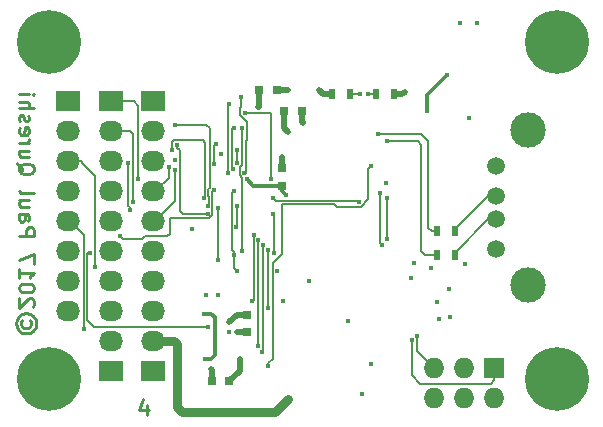
<source format=gbl>
G04 #@! TF.FileFunction,Copper,L4,Bot,Signal*
%FSLAX46Y46*%
G04 Gerber Fmt 4.6, Leading zero omitted, Abs format (unit mm)*
G04 Created by KiCad (PCBNEW 4.0.5) date 02/11/17 17:41:13*
%MOMM*%
%LPD*%
G01*
G04 APERTURE LIST*
%ADD10C,0.100000*%
%ADD11C,0.250000*%
%ADD12C,5.400000*%
%ADD13R,2.032000X1.727200*%
%ADD14O,2.032000X1.727200*%
%ADD15R,1.727200X1.727200*%
%ADD16O,1.727200X1.727200*%
%ADD17R,0.800000X0.750000*%
%ADD18R,0.750000X0.800000*%
%ADD19C,1.501140*%
%ADD20C,2.999740*%
%ADD21R,0.500000X0.900000*%
%ADD22C,0.401600*%
%ADD23C,0.400000*%
%ADD24C,0.500000*%
%ADD25C,0.750000*%
%ADD26C,0.300000*%
%ADD27C,0.200000*%
%ADD28C,0.150000*%
G04 APERTURE END LIST*
D10*
D11*
X78747620Y-91721429D02*
X78747620Y-92588095D01*
X78438096Y-91226190D02*
X78128572Y-92154762D01*
X78933334Y-92154762D01*
X68902381Y-84538093D02*
X68964286Y-84661903D01*
X68964286Y-84909522D01*
X68902381Y-85033331D01*
X68778571Y-85157141D01*
X68654762Y-85219046D01*
X68407143Y-85219046D01*
X68283333Y-85157141D01*
X68159524Y-85033331D01*
X68097619Y-84909522D01*
X68097619Y-84661903D01*
X68159524Y-84538093D01*
X69397619Y-84785712D02*
X69335714Y-85095236D01*
X69150000Y-85404760D01*
X68840476Y-85590474D01*
X68530952Y-85652379D01*
X68221429Y-85590474D01*
X67911905Y-85404760D01*
X67726190Y-85095236D01*
X67664286Y-84785712D01*
X67726190Y-84476188D01*
X67911905Y-84166665D01*
X68221429Y-83980950D01*
X68530952Y-83919046D01*
X68840476Y-83980950D01*
X69150000Y-84166665D01*
X69335714Y-84476188D01*
X69397619Y-84785712D01*
X69088095Y-83423808D02*
X69150000Y-83361903D01*
X69211905Y-83238094D01*
X69211905Y-82928570D01*
X69150000Y-82804760D01*
X69088095Y-82742856D01*
X68964286Y-82680951D01*
X68840476Y-82680951D01*
X68654762Y-82742856D01*
X67911905Y-83485713D01*
X67911905Y-82680951D01*
X69211905Y-81876189D02*
X69211905Y-81752380D01*
X69150000Y-81628570D01*
X69088095Y-81566665D01*
X68964286Y-81504761D01*
X68716667Y-81442856D01*
X68407143Y-81442856D01*
X68159524Y-81504761D01*
X68035714Y-81566665D01*
X67973810Y-81628570D01*
X67911905Y-81752380D01*
X67911905Y-81876189D01*
X67973810Y-81999999D01*
X68035714Y-82061903D01*
X68159524Y-82123808D01*
X68407143Y-82185713D01*
X68716667Y-82185713D01*
X68964286Y-82123808D01*
X69088095Y-82061903D01*
X69150000Y-81999999D01*
X69211905Y-81876189D01*
X67911905Y-80204761D02*
X67911905Y-80947618D01*
X67911905Y-80576189D02*
X69211905Y-80576189D01*
X69026190Y-80699999D01*
X68902381Y-80823808D01*
X68840476Y-80947618D01*
X69211905Y-79771428D02*
X69211905Y-78904761D01*
X67911905Y-79461904D01*
X67911905Y-77419047D02*
X69211905Y-77419047D01*
X69211905Y-76923809D01*
X69150000Y-76800000D01*
X69088095Y-76738095D01*
X68964286Y-76676190D01*
X68778571Y-76676190D01*
X68654762Y-76738095D01*
X68592857Y-76800000D01*
X68530952Y-76923809D01*
X68530952Y-77419047D01*
X67911905Y-75561904D02*
X68592857Y-75561904D01*
X68716667Y-75623809D01*
X68778571Y-75747619D01*
X68778571Y-75995238D01*
X68716667Y-76119047D01*
X67973810Y-75561904D02*
X67911905Y-75685714D01*
X67911905Y-75995238D01*
X67973810Y-76119047D01*
X68097619Y-76180952D01*
X68221429Y-76180952D01*
X68345238Y-76119047D01*
X68407143Y-75995238D01*
X68407143Y-75685714D01*
X68469048Y-75561904D01*
X68778571Y-74385714D02*
X67911905Y-74385714D01*
X68778571Y-74942857D02*
X68097619Y-74942857D01*
X67973810Y-74880952D01*
X67911905Y-74757143D01*
X67911905Y-74571429D01*
X67973810Y-74447619D01*
X68035714Y-74385714D01*
X67911905Y-73580953D02*
X67973810Y-73704762D01*
X68097619Y-73766667D01*
X69211905Y-73766667D01*
X67788095Y-71228573D02*
X67850000Y-71352382D01*
X67973810Y-71476192D01*
X68159524Y-71661906D01*
X68221429Y-71785715D01*
X68221429Y-71909525D01*
X67911905Y-71847620D02*
X67973810Y-71971430D01*
X68097619Y-72095239D01*
X68345238Y-72157144D01*
X68778571Y-72157144D01*
X69026190Y-72095239D01*
X69150000Y-71971430D01*
X69211905Y-71847620D01*
X69211905Y-71600001D01*
X69150000Y-71476192D01*
X69026190Y-71352382D01*
X68778571Y-71290477D01*
X68345238Y-71290477D01*
X68097619Y-71352382D01*
X67973810Y-71476192D01*
X67911905Y-71600001D01*
X67911905Y-71847620D01*
X68778571Y-70176191D02*
X67911905Y-70176191D01*
X68778571Y-70733334D02*
X68097619Y-70733334D01*
X67973810Y-70671429D01*
X67911905Y-70547620D01*
X67911905Y-70361906D01*
X67973810Y-70238096D01*
X68035714Y-70176191D01*
X67911905Y-69557144D02*
X68778571Y-69557144D01*
X68530952Y-69557144D02*
X68654762Y-69495239D01*
X68716667Y-69433335D01*
X68778571Y-69309525D01*
X68778571Y-69185716D01*
X67973810Y-68257144D02*
X67911905Y-68380954D01*
X67911905Y-68628573D01*
X67973810Y-68752382D01*
X68097619Y-68814287D01*
X68592857Y-68814287D01*
X68716667Y-68752382D01*
X68778571Y-68628573D01*
X68778571Y-68380954D01*
X68716667Y-68257144D01*
X68592857Y-68195239D01*
X68469048Y-68195239D01*
X68345238Y-68814287D01*
X67973810Y-67700001D02*
X67911905Y-67576191D01*
X67911905Y-67328572D01*
X67973810Y-67204763D01*
X68097619Y-67142858D01*
X68159524Y-67142858D01*
X68283333Y-67204763D01*
X68345238Y-67328572D01*
X68345238Y-67514287D01*
X68407143Y-67638096D01*
X68530952Y-67700001D01*
X68592857Y-67700001D01*
X68716667Y-67638096D01*
X68778571Y-67514287D01*
X68778571Y-67328572D01*
X68716667Y-67204763D01*
X67911905Y-66585715D02*
X69211905Y-66585715D01*
X67911905Y-66028572D02*
X68592857Y-66028572D01*
X68716667Y-66090477D01*
X68778571Y-66214287D01*
X68778571Y-66400001D01*
X68716667Y-66523810D01*
X68654762Y-66585715D01*
X67911905Y-65409525D02*
X68778571Y-65409525D01*
X69211905Y-65409525D02*
X69150000Y-65471430D01*
X69088095Y-65409525D01*
X69150000Y-65347620D01*
X69211905Y-65409525D01*
X69088095Y-65409525D01*
D12*
X70500000Y-61000000D03*
D13*
X79300000Y-66000000D03*
D14*
X79300000Y-68540000D03*
X79300000Y-71080000D03*
X79300000Y-73620000D03*
X79300000Y-76160000D03*
X79300000Y-78700000D03*
D13*
X75700000Y-66000000D03*
D14*
X75700000Y-68540000D03*
X75700000Y-71080000D03*
X75700000Y-73620000D03*
X75700000Y-76160000D03*
X75700000Y-78700000D03*
D13*
X72100000Y-66000000D03*
D14*
X72100000Y-68540000D03*
X72100000Y-71080000D03*
X72100000Y-73620000D03*
X72100000Y-76160000D03*
X72100000Y-78700000D03*
X72100000Y-81240000D03*
X72100000Y-83780000D03*
D13*
X79300000Y-88840000D03*
D14*
X79300000Y-86300000D03*
X79300000Y-83760000D03*
X79300000Y-81220000D03*
D13*
X75700000Y-88840000D03*
D14*
X75700000Y-86300000D03*
X75700000Y-83760000D03*
X75700000Y-81220000D03*
D15*
X108140000Y-88600000D03*
D16*
X108140000Y-91140000D03*
X105600000Y-88600000D03*
X105600000Y-91140000D03*
X103060000Y-88600000D03*
X103060000Y-91140000D03*
D17*
X91850000Y-66800000D03*
X90350000Y-66800000D03*
X88250000Y-65000000D03*
X89750000Y-65000000D03*
D18*
X90200000Y-73150000D03*
X90200000Y-71650000D03*
D17*
X85750000Y-89700000D03*
X84250000Y-89700000D03*
D18*
X87200000Y-84050000D03*
X87200000Y-85550000D03*
D19*
X108290000Y-71500000D03*
X108290000Y-74000000D03*
X108290000Y-76000000D03*
X108290000Y-78500000D03*
D20*
X111000000Y-68430000D03*
X111000000Y-81570000D03*
D21*
X95950000Y-65400000D03*
X94450000Y-65400000D03*
X98150000Y-65400000D03*
X99650000Y-65400000D03*
X104850000Y-79000000D03*
X103350000Y-79000000D03*
X104850000Y-77000000D03*
X103350000Y-77000000D03*
D12*
X70500000Y-89500000D03*
X113500000Y-89500000D03*
X113500000Y-61000000D03*
D22*
X105300000Y-59400000D03*
X106700000Y-59400000D03*
X93300000Y-65000000D03*
X85000000Y-70478390D03*
X81172590Y-71000000D03*
D23*
X99000000Y-72900000D03*
X84200000Y-88700000D03*
X86400000Y-85500000D03*
X90200000Y-70700000D03*
X90700000Y-65000000D03*
X100600000Y-65200000D03*
X106000000Y-67400000D03*
X101400000Y-79700000D03*
X105700000Y-79800000D03*
X104300000Y-81900000D03*
X104400000Y-84300000D03*
X103500000Y-84400000D03*
X97000000Y-90800000D03*
X97700000Y-88200000D03*
X95800000Y-84600000D03*
X90300000Y-82900000D03*
X92500000Y-81200000D03*
X90700000Y-68600000D03*
X82600000Y-76800000D03*
X84800000Y-82400000D03*
X85700000Y-85500000D03*
X83800000Y-82400000D03*
X90700000Y-91200000D03*
D22*
X87200000Y-72600000D03*
X90500000Y-73900000D03*
D23*
X89800000Y-80400000D03*
X101100000Y-81000000D03*
X102800000Y-80100000D03*
X103300000Y-83000000D03*
X86600000Y-87800000D03*
X85700000Y-84700000D03*
X88200000Y-66500000D03*
X92000000Y-67800000D03*
D22*
X83572590Y-84000000D03*
X83700000Y-87800000D03*
X98300000Y-68800000D03*
X99100000Y-69400000D03*
X101196797Y-86222590D03*
X98700000Y-78200000D03*
X98500000Y-73795189D03*
X101600000Y-85900000D03*
X99102562Y-77698079D03*
X99100000Y-74200000D03*
X83900000Y-74900000D03*
X84800000Y-79404820D03*
X84800000Y-75000000D03*
X81100000Y-68000000D03*
X83900000Y-75500000D03*
X89500000Y-78854820D03*
X89400000Y-75500000D03*
X81300000Y-69700000D03*
X89007096Y-78600000D03*
X89022590Y-83500000D03*
X74400000Y-80000000D03*
X83606902Y-74200000D03*
X96700000Y-74550009D03*
X89400000Y-74200000D03*
X80900000Y-70100000D03*
X73400000Y-85300000D03*
X88604686Y-78200001D03*
X88500000Y-87200000D03*
X83916869Y-85083131D03*
X73900000Y-78800000D03*
X88202410Y-77702410D03*
X88200000Y-86700000D03*
X84423770Y-73523770D03*
X76500000Y-77400000D03*
X87800000Y-77300000D03*
X87700000Y-82900000D03*
X80600000Y-71600000D03*
X84622565Y-69575025D03*
X84450009Y-71316869D03*
X81100000Y-71800000D03*
X86800000Y-68300000D03*
X86800000Y-78700000D03*
X78000000Y-72600000D03*
X77600000Y-74500000D03*
X77300000Y-75200000D03*
X77200000Y-71200000D03*
X86400000Y-74900000D03*
X86300000Y-76600000D03*
X86400000Y-80400000D03*
X86100000Y-73600000D03*
X86100000Y-79027410D03*
X96800000Y-65400000D03*
X97500000Y-65400000D03*
X86422590Y-70100000D03*
X86402410Y-71233210D03*
X86100000Y-68300000D03*
X86050009Y-71700000D03*
X87050009Y-66965453D03*
X89300000Y-72600000D03*
X97700000Y-71500000D03*
X89000000Y-88400000D03*
X86700000Y-65595980D03*
X87000000Y-72104020D03*
X85600000Y-72100000D03*
X85700000Y-66200000D03*
X104200000Y-63800000D03*
X102500000Y-66800000D03*
D24*
X93500000Y-65198390D02*
X93498390Y-65198390D01*
X93498390Y-65198390D02*
X93300000Y-65000000D01*
X84250000Y-89700000D02*
X84250000Y-88750000D01*
X84250000Y-88750000D02*
X84200000Y-88700000D01*
X87200000Y-85550000D02*
X86450000Y-85550000D01*
X86450000Y-85550000D02*
X86400000Y-85500000D01*
X90200000Y-71650000D02*
X90200000Y-70700000D01*
X89750000Y-65000000D02*
X90700000Y-65000000D01*
X99650000Y-65400000D02*
X100400000Y-65400000D01*
X100400000Y-65400000D02*
X100600000Y-65200000D01*
X94450000Y-65400000D02*
X93701610Y-65400000D01*
X93701610Y-65400000D02*
X93500000Y-65198390D01*
X90350000Y-66800000D02*
X90350000Y-68250000D01*
X90350000Y-68250000D02*
X90700000Y-68600000D01*
D25*
X79300000Y-86300000D02*
X81066000Y-86300000D01*
X81066000Y-86300000D02*
X81300000Y-86534000D01*
X81300000Y-91900000D02*
X81700000Y-92300000D01*
X81300000Y-86534000D02*
X81300000Y-91900000D01*
X81700000Y-92300000D02*
X89600000Y-92300000D01*
X89600000Y-92300000D02*
X90700000Y-91200000D01*
D26*
X87850000Y-73150000D02*
X87750000Y-73150000D01*
X87750000Y-73150000D02*
X87200000Y-72600000D01*
X90200000Y-73150000D02*
X90200000Y-73600000D01*
X90200000Y-73600000D02*
X90500000Y-73900000D01*
X90200000Y-73150000D02*
X87850000Y-73150000D01*
D24*
X86600000Y-87800000D02*
X86600000Y-88850000D01*
X86600000Y-88850000D02*
X85750000Y-89700000D01*
X87200000Y-84050000D02*
X86350000Y-84050000D01*
X86350000Y-84050000D02*
X85700000Y-84700000D01*
X88250000Y-65000000D02*
X88250000Y-66450000D01*
X88250000Y-66450000D02*
X88200000Y-66500000D01*
X91850000Y-66800000D02*
X91850000Y-67650000D01*
X91850000Y-67650000D02*
X92000000Y-67800000D01*
D26*
X84502401Y-87497599D02*
X84200000Y-87800000D01*
X84200000Y-87800000D02*
X83700000Y-87800000D01*
X84200000Y-84000000D02*
X84502401Y-84302401D01*
X84502401Y-84302401D02*
X84502401Y-87497599D01*
X83572590Y-84000000D02*
X84200000Y-84000000D01*
D27*
X102600000Y-76700000D02*
X102900000Y-77000000D01*
X102900000Y-77000000D02*
X103350000Y-77000000D01*
X102600000Y-69400000D02*
X102600000Y-76700000D01*
X102000000Y-68800000D02*
X102600000Y-69400000D01*
X98300000Y-68800000D02*
X102000000Y-68800000D01*
X102000000Y-78700000D02*
X102300000Y-79000000D01*
X102300000Y-79000000D02*
X103350000Y-79000000D01*
X102000000Y-69700000D02*
X102000000Y-78700000D01*
X101700000Y-69400000D02*
X102000000Y-69700000D01*
X99100000Y-69400000D02*
X101700000Y-69400000D01*
D28*
X101196797Y-86222590D02*
X101200000Y-86225793D01*
X101200000Y-86225793D02*
X101200000Y-89200000D01*
X101200000Y-89200000D02*
X101900000Y-89900000D01*
X101900000Y-89900000D02*
X107853600Y-89900000D01*
X107853600Y-89900000D02*
X108140000Y-89613600D01*
X108140000Y-89613600D02*
X108140000Y-88600000D01*
X98500000Y-73795189D02*
X98500000Y-78000000D01*
X98500000Y-78000000D02*
X98700000Y-78200000D01*
X98500000Y-73800000D02*
X98500000Y-73795189D01*
X101600000Y-85900000D02*
X101600000Y-87140000D01*
X101600000Y-87140000D02*
X103060000Y-88600000D01*
X99100000Y-74200000D02*
X99102562Y-77698079D01*
X99100000Y-77700000D02*
X99100641Y-77700000D01*
X99100641Y-77700000D02*
X99102562Y-77698079D01*
X81100000Y-68000000D02*
X83800000Y-68000000D01*
X83800000Y-68000000D02*
X84072599Y-68272599D01*
X84072599Y-68272599D02*
X84072599Y-73342847D01*
X84027401Y-74772599D02*
X83900000Y-74900000D01*
X84072599Y-73342847D02*
X83972599Y-73442847D01*
X83972599Y-73442847D02*
X83972599Y-73988045D01*
X83972599Y-73988045D02*
X84027401Y-74042847D01*
X84027401Y-74042847D02*
X84027401Y-74772599D01*
D27*
X84800000Y-75000000D02*
X84800000Y-79404820D01*
X84800000Y-79329811D02*
X84800000Y-79404820D01*
D28*
X83900000Y-75500000D02*
X81800000Y-75500000D01*
X81800000Y-75500000D02*
X81549991Y-75249991D01*
X81549991Y-70163254D02*
X81300000Y-69913263D01*
X81300000Y-69913263D02*
X81300000Y-69700000D01*
X81549991Y-75249991D02*
X81549991Y-70163254D01*
D27*
X89500000Y-78804820D02*
X89500000Y-78854820D01*
X89500000Y-78854820D02*
X89500000Y-75600000D01*
X89500000Y-75600000D02*
X89400000Y-75500000D01*
X89007096Y-78600000D02*
X89007096Y-83484506D01*
X89007096Y-83484506D02*
X89022590Y-83500000D01*
D28*
X74400000Y-80000000D02*
X74400000Y-72300000D01*
X74400000Y-72300000D02*
X73300000Y-71200000D01*
X73300000Y-71200000D02*
X73300000Y-71114000D01*
X73300000Y-71114000D02*
X73266000Y-71080000D01*
X73266000Y-71080000D02*
X72100000Y-71080000D01*
X83700000Y-74200000D02*
X83606902Y-74200000D01*
X96648390Y-74448390D02*
X96648390Y-74498399D01*
X96648390Y-74498399D02*
X96700000Y-74550009D01*
X89400000Y-74200000D02*
X89648390Y-74448390D01*
X89648390Y-74448390D02*
X96648390Y-74448390D01*
X83700000Y-69500000D02*
X83700000Y-74200000D01*
X83500000Y-69300000D02*
X83700000Y-69500000D01*
X81000000Y-69300000D02*
X83500000Y-69300000D01*
X80927401Y-69372599D02*
X81000000Y-69300000D01*
X80900000Y-69400000D02*
X80927401Y-69372599D01*
X80900000Y-69886737D02*
X80900000Y-69400000D01*
X80900000Y-70100000D02*
X80900000Y-69886737D01*
X73400000Y-84814147D02*
X73400000Y-85300000D01*
D27*
X88604686Y-78200001D02*
X88604686Y-87095314D01*
X88604686Y-87095314D02*
X88500000Y-87200000D01*
X88552410Y-87147590D02*
X88500000Y-87200000D01*
D28*
X73400000Y-84814147D02*
X73400000Y-77307600D01*
X73400000Y-77307600D02*
X72252400Y-76160000D01*
X72252400Y-76160000D02*
X72100000Y-76160000D01*
X74300000Y-85100000D02*
X83900000Y-85100000D01*
X83900000Y-85100000D02*
X83916869Y-85083131D01*
X73727410Y-78800000D02*
X73900000Y-78800000D01*
D27*
X88200000Y-77700000D02*
X88202410Y-77702410D01*
X88202410Y-77702410D02*
X88200000Y-86700000D01*
D28*
X74300000Y-85100000D02*
X73727410Y-84527410D01*
X73727410Y-84527410D02*
X73727410Y-78800000D01*
X84300000Y-73600000D02*
X84347540Y-73600000D01*
X84347540Y-73600000D02*
X84423770Y-73523770D01*
X80700000Y-75900000D02*
X84058554Y-75900000D01*
X84058554Y-75900000D02*
X84300000Y-75658554D01*
X84300000Y-75658554D02*
X84300000Y-75287757D01*
X80700000Y-77200000D02*
X80500000Y-77400000D01*
X80500000Y-77400000D02*
X78600000Y-77400000D01*
X80700000Y-75900000D02*
X80700000Y-77200000D01*
X84300000Y-73600000D02*
X84300000Y-75287757D01*
X78600000Y-77400000D02*
X78372599Y-77627401D01*
X78372599Y-77627401D02*
X76727401Y-77627401D01*
X76727401Y-77627401D02*
X76500000Y-77400000D01*
D27*
X87800000Y-77400000D02*
X87800000Y-82800000D01*
X87800000Y-82800000D02*
X87700000Y-82900000D01*
D28*
X80600000Y-71600000D02*
X80600000Y-72472400D01*
X80600000Y-72472400D02*
X79452400Y-73620000D01*
X79452400Y-73620000D02*
X79300000Y-73620000D01*
X84450009Y-71316869D02*
X84450009Y-69747581D01*
X84450009Y-69747581D02*
X84622565Y-69575025D01*
X81100000Y-71800000D02*
X81100000Y-74441432D01*
X81100000Y-74441432D02*
X81135484Y-74476916D01*
X79300000Y-76160000D02*
X79452400Y-76160000D01*
X79452400Y-76160000D02*
X81135484Y-74476916D01*
X86800000Y-71394174D02*
X86800000Y-68500000D01*
X86800000Y-68500000D02*
X86800000Y-68400000D01*
X86800000Y-68300000D02*
X86800000Y-68500000D01*
X86800000Y-78700000D02*
X86800000Y-72462574D01*
X86800000Y-72462574D02*
X86600000Y-72262574D01*
X86600000Y-72262574D02*
X86600000Y-71594174D01*
X86600000Y-71594174D02*
X86800000Y-71394174D01*
X75700000Y-66000000D02*
X77631598Y-66000000D01*
X77631598Y-66000000D02*
X78031598Y-66400000D01*
X78031598Y-66400000D02*
X78031598Y-72568402D01*
X78031598Y-72568402D02*
X78000000Y-72600000D01*
X77600000Y-68800000D02*
X77340000Y-68540000D01*
X77340000Y-68540000D02*
X75700000Y-68540000D01*
X77600000Y-74500000D02*
X77600000Y-68800000D01*
X77200000Y-71200000D02*
X77200000Y-74884554D01*
X77200000Y-74884554D02*
X77300000Y-74984554D01*
X77300000Y-74984554D02*
X77300000Y-75200000D01*
X86400000Y-74900000D02*
X86400000Y-76500000D01*
X86400000Y-76500000D02*
X86300000Y-76600000D01*
X86100000Y-73600000D02*
X85922599Y-73777401D01*
X85922599Y-73777401D02*
X85922599Y-78566035D01*
X85922599Y-78566035D02*
X86100000Y-78743436D01*
X86100000Y-78743436D02*
X86100000Y-79027410D01*
X86100000Y-79027410D02*
X86100000Y-80100000D01*
X86100000Y-80100000D02*
X86400000Y-80400000D01*
X96800000Y-65400000D02*
X95950000Y-65400000D01*
X98150000Y-65400000D02*
X97500000Y-65400000D01*
D27*
X86422590Y-70100000D02*
X86422590Y-71213030D01*
X86422590Y-71213030D02*
X86402410Y-71233210D01*
D28*
X86000000Y-68300000D02*
X86100000Y-68300000D01*
D27*
X86000000Y-68300000D02*
X86000000Y-71649991D01*
X86000000Y-71649991D02*
X86050009Y-71700000D01*
X89300000Y-67000000D02*
X87084556Y-67000000D01*
X87084556Y-67000000D02*
X87050009Y-66965453D01*
X89300000Y-72600000D02*
X89300000Y-67000000D01*
D28*
X97700000Y-71500000D02*
X97500000Y-71700000D01*
X89000000Y-88186737D02*
X89000000Y-88400000D01*
X97500000Y-71700000D02*
X97500000Y-74308563D01*
X94851610Y-74927410D02*
X94624200Y-74700000D01*
X97500000Y-74308563D02*
X96881153Y-74927410D01*
X96881153Y-74927410D02*
X94851610Y-74927410D01*
X94624200Y-74700000D02*
X90200000Y-74700000D01*
X90200000Y-74700000D02*
X90200000Y-78900000D01*
X90200000Y-78900000D02*
X89400000Y-79700000D01*
X89400000Y-79700000D02*
X89400000Y-87786737D01*
X89400000Y-87786737D02*
X89000000Y-88186737D01*
D27*
X86647599Y-66552401D02*
X86700000Y-66500000D01*
X86700000Y-66500000D02*
X86700000Y-65595980D01*
X87127410Y-72054020D02*
X87050000Y-72054020D01*
X87050000Y-72054020D02*
X87000000Y-72104020D01*
X87252401Y-67752401D02*
X86647599Y-67147599D01*
X86647599Y-67147599D02*
X86647599Y-66552401D01*
X87127410Y-69372590D02*
X87252401Y-69247599D01*
X87252401Y-69247599D02*
X87252401Y-67752401D01*
X87127410Y-72054020D02*
X87127410Y-69372590D01*
X85647599Y-71947599D02*
X85647599Y-72052401D01*
X85647599Y-72052401D02*
X85600000Y-72100000D01*
X85647599Y-71947599D02*
X85647599Y-66252401D01*
X85647599Y-66252401D02*
X85700000Y-66200000D01*
X104850000Y-77000000D02*
X104850000Y-76800000D01*
X104850000Y-76800000D02*
X107650000Y-74000000D01*
X107650000Y-74000000D02*
X108290000Y-74000000D01*
X104850000Y-79000000D02*
X104850000Y-78800000D01*
X104850000Y-78800000D02*
X107650000Y-76000000D01*
X107650000Y-76000000D02*
X108290000Y-76000000D01*
D26*
X102500000Y-66800000D02*
X102500000Y-65500000D01*
X102500000Y-65500000D02*
X104200000Y-63800000D01*
M02*

</source>
